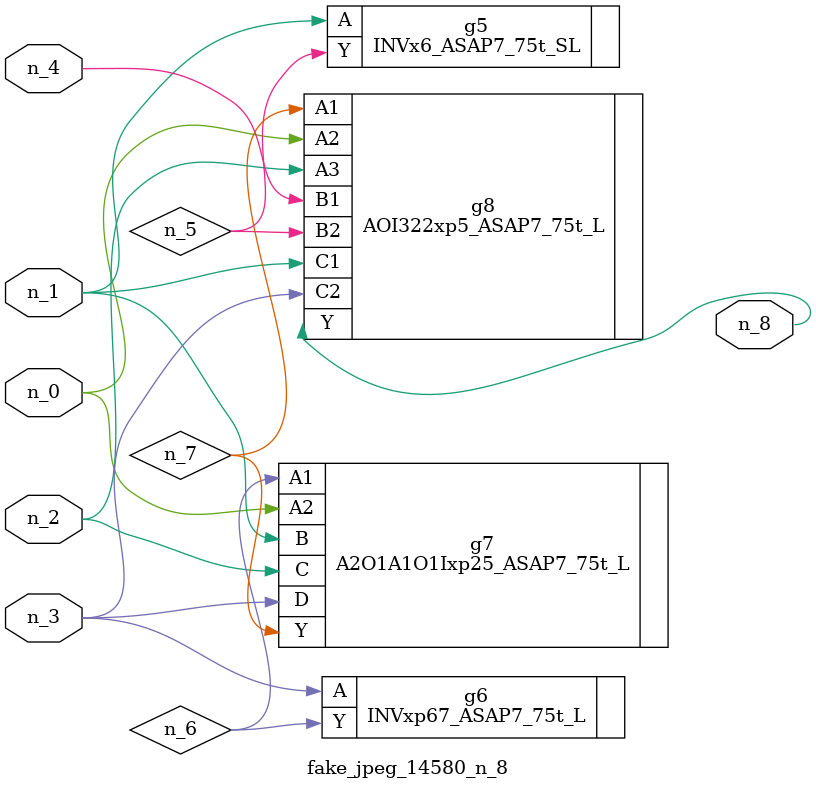
<source format=v>
module fake_jpeg_14580_n_8 (n_3, n_2, n_1, n_0, n_4, n_8);

input n_3;
input n_2;
input n_1;
input n_0;
input n_4;

output n_8;

wire n_6;
wire n_5;
wire n_7;

INVx6_ASAP7_75t_SL g5 ( 
.A(n_1),
.Y(n_5)
);

INVxp67_ASAP7_75t_L g6 ( 
.A(n_3),
.Y(n_6)
);

A2O1A1O1Ixp25_ASAP7_75t_L g7 ( 
.A1(n_6),
.A2(n_0),
.B(n_1),
.C(n_2),
.D(n_3),
.Y(n_7)
);

AOI322xp5_ASAP7_75t_L g8 ( 
.A1(n_7),
.A2(n_0),
.A3(n_2),
.B1(n_4),
.B2(n_5),
.C1(n_1),
.C2(n_3),
.Y(n_8)
);


endmodule
</source>
